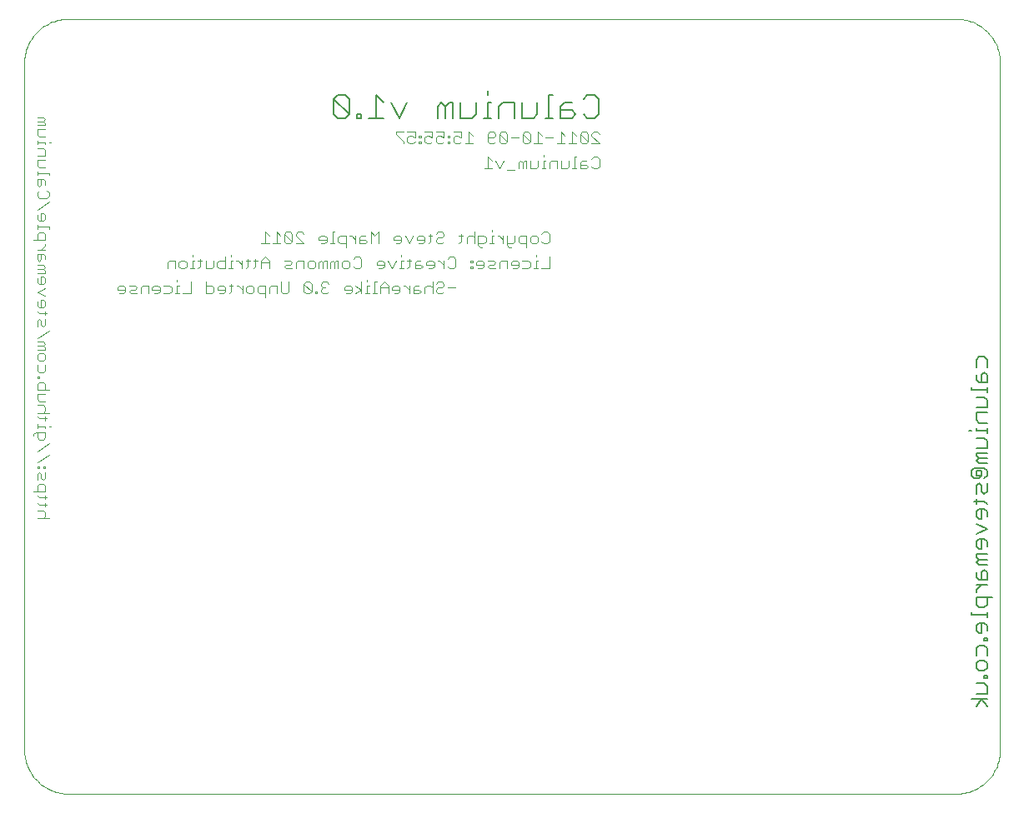
<source format=gbo>
G75*
G70*
%OFA0B0*%
%FSLAX24Y24*%
%IPPOS*%
%LPD*%
%AMOC8*
5,1,8,0,0,1.08239X$1,22.5*
%
%ADD10C,0.0000*%
%ADD11C,0.0040*%
%ADD12C,0.0080*%
%ADD13C,0.0050*%
D10*
X002939Y001824D02*
X038439Y001824D01*
X038522Y001826D01*
X038605Y001832D01*
X038688Y001842D01*
X038770Y001856D01*
X038852Y001873D01*
X038932Y001895D01*
X039011Y001920D01*
X039089Y001949D01*
X039166Y001982D01*
X039241Y002019D01*
X039314Y002058D01*
X039385Y002102D01*
X039454Y002148D01*
X039521Y002198D01*
X039585Y002251D01*
X039647Y002307D01*
X039706Y002366D01*
X039762Y002428D01*
X039815Y002492D01*
X039865Y002559D01*
X039911Y002628D01*
X039955Y002699D01*
X039994Y002772D01*
X040031Y002847D01*
X040064Y002924D01*
X040093Y003002D01*
X040118Y003081D01*
X040140Y003161D01*
X040157Y003243D01*
X040171Y003325D01*
X040181Y003408D01*
X040187Y003491D01*
X040189Y003574D01*
X040189Y031074D01*
X040187Y031157D01*
X040181Y031240D01*
X040171Y031323D01*
X040157Y031405D01*
X040140Y031487D01*
X040118Y031567D01*
X040093Y031646D01*
X040064Y031724D01*
X040031Y031801D01*
X039994Y031876D01*
X039955Y031949D01*
X039911Y032020D01*
X039865Y032089D01*
X039815Y032156D01*
X039762Y032220D01*
X039706Y032282D01*
X039647Y032341D01*
X039585Y032397D01*
X039521Y032450D01*
X039454Y032500D01*
X039385Y032546D01*
X039314Y032590D01*
X039241Y032629D01*
X039166Y032666D01*
X039089Y032699D01*
X039011Y032728D01*
X038932Y032753D01*
X038852Y032775D01*
X038770Y032792D01*
X038688Y032806D01*
X038605Y032816D01*
X038522Y032822D01*
X038439Y032824D01*
X002939Y032824D01*
X002856Y032822D01*
X002773Y032816D01*
X002690Y032806D01*
X002608Y032792D01*
X002526Y032775D01*
X002446Y032753D01*
X002367Y032728D01*
X002289Y032699D01*
X002212Y032666D01*
X002137Y032629D01*
X002064Y032590D01*
X001993Y032546D01*
X001924Y032500D01*
X001857Y032450D01*
X001793Y032397D01*
X001731Y032341D01*
X001672Y032282D01*
X001616Y032220D01*
X001563Y032156D01*
X001513Y032089D01*
X001467Y032020D01*
X001423Y031949D01*
X001384Y031876D01*
X001347Y031801D01*
X001314Y031724D01*
X001285Y031646D01*
X001260Y031567D01*
X001238Y031487D01*
X001221Y031405D01*
X001207Y031323D01*
X001197Y031240D01*
X001191Y031157D01*
X001189Y031074D01*
X001189Y003574D01*
X001191Y003491D01*
X001197Y003408D01*
X001207Y003325D01*
X001221Y003243D01*
X001238Y003161D01*
X001260Y003081D01*
X001285Y003002D01*
X001314Y002924D01*
X001347Y002847D01*
X001384Y002772D01*
X001423Y002699D01*
X001467Y002628D01*
X001513Y002559D01*
X001563Y002492D01*
X001616Y002428D01*
X001672Y002366D01*
X001731Y002307D01*
X001793Y002251D01*
X001857Y002198D01*
X001924Y002148D01*
X001993Y002102D01*
X002064Y002058D01*
X002137Y002019D01*
X002212Y001982D01*
X002289Y001949D01*
X002367Y001920D01*
X002446Y001895D01*
X002526Y001873D01*
X002608Y001856D01*
X002690Y001842D01*
X002773Y001832D01*
X002856Y001826D01*
X002939Y001824D01*
D11*
X002170Y012844D02*
X001709Y012844D01*
X001939Y012844D02*
X002016Y012921D01*
X002016Y013074D01*
X001939Y013151D01*
X001709Y013151D01*
X001786Y013381D02*
X001709Y013458D01*
X001786Y013381D02*
X002093Y013381D01*
X002016Y013305D02*
X002016Y013458D01*
X002016Y013611D02*
X002016Y013765D01*
X002093Y013688D02*
X001786Y013688D01*
X001709Y013765D01*
X001709Y013918D02*
X001709Y014149D01*
X001786Y014225D01*
X001939Y014225D01*
X002016Y014149D01*
X002016Y013918D01*
X001556Y013918D01*
X001709Y014379D02*
X001709Y014609D01*
X001786Y014686D01*
X001863Y014609D01*
X001863Y014455D01*
X001939Y014379D01*
X002016Y014455D01*
X002016Y014686D01*
X002016Y014839D02*
X001939Y014839D01*
X001939Y014916D01*
X002016Y014916D01*
X002016Y014839D01*
X001786Y014839D02*
X001709Y014839D01*
X001709Y014916D01*
X001786Y014916D01*
X001786Y014839D01*
X001709Y015069D02*
X002170Y015376D01*
X002170Y015836D02*
X001709Y015530D01*
X001786Y015990D02*
X001709Y016067D01*
X001709Y016297D01*
X001633Y016297D02*
X002016Y016297D01*
X002016Y016067D01*
X001939Y015990D01*
X001786Y015990D01*
X001556Y016143D02*
X001556Y016220D01*
X001633Y016297D01*
X001709Y016450D02*
X001709Y016604D01*
X001709Y016527D02*
X002016Y016527D01*
X002016Y016450D01*
X002170Y016527D02*
X002246Y016527D01*
X002016Y016757D02*
X002016Y016911D01*
X002093Y016834D02*
X001786Y016834D01*
X001709Y016911D01*
X001709Y017064D02*
X002170Y017064D01*
X002016Y017141D02*
X002016Y017294D01*
X001939Y017371D01*
X001709Y017371D01*
X001786Y017524D02*
X001709Y017601D01*
X001709Y017831D01*
X002016Y017831D01*
X002016Y017985D02*
X002016Y018215D01*
X001939Y018292D01*
X001786Y018292D01*
X001709Y018215D01*
X001709Y017985D01*
X002170Y017985D01*
X002016Y017524D02*
X001786Y017524D01*
X002016Y017141D02*
X001939Y017064D01*
X001786Y018445D02*
X001786Y018522D01*
X001709Y018522D01*
X001709Y018445D01*
X001786Y018445D01*
X001786Y018675D02*
X001709Y018752D01*
X001709Y018982D01*
X001786Y019136D02*
X001709Y019212D01*
X001709Y019366D01*
X001786Y019443D01*
X001939Y019443D01*
X002016Y019366D01*
X002016Y019212D01*
X001939Y019136D01*
X001786Y019136D01*
X002016Y018982D02*
X002016Y018752D01*
X001939Y018675D01*
X001786Y018675D01*
X001709Y019596D02*
X002016Y019596D01*
X002016Y019673D01*
X001939Y019749D01*
X002016Y019826D01*
X001939Y019903D01*
X001709Y019903D01*
X001709Y020056D02*
X002170Y020363D01*
X002016Y020593D02*
X002016Y020824D01*
X002016Y020977D02*
X002016Y021131D01*
X002093Y021054D02*
X001786Y021054D01*
X001709Y021131D01*
X001786Y021284D02*
X001939Y021284D01*
X002016Y021361D01*
X002016Y021514D01*
X001939Y021591D01*
X001863Y021591D01*
X001863Y021284D01*
X001786Y021284D02*
X001709Y021361D01*
X001709Y021514D01*
X002016Y021744D02*
X001709Y021898D01*
X002016Y022051D01*
X001939Y022205D02*
X002016Y022281D01*
X002016Y022435D01*
X001939Y022512D01*
X001863Y022512D01*
X001863Y022205D01*
X001939Y022205D02*
X001786Y022205D01*
X001709Y022281D01*
X001709Y022435D01*
X001709Y022665D02*
X002016Y022665D01*
X002016Y022742D01*
X001939Y022818D01*
X002016Y022895D01*
X001939Y022972D01*
X001709Y022972D01*
X001709Y022818D02*
X001939Y022818D01*
X001786Y023125D02*
X001863Y023202D01*
X001863Y023432D01*
X001939Y023432D02*
X001709Y023432D01*
X001709Y023202D01*
X001786Y023125D01*
X002016Y023202D02*
X002016Y023356D01*
X001939Y023432D01*
X001863Y023586D02*
X002016Y023739D01*
X002016Y023816D01*
X002016Y023969D02*
X002016Y024200D01*
X001939Y024276D01*
X001786Y024276D01*
X001709Y024200D01*
X001709Y023969D01*
X001556Y023969D02*
X002016Y023969D01*
X002016Y023586D02*
X001709Y023586D01*
X001709Y024430D02*
X001709Y024583D01*
X001709Y024506D02*
X002170Y024506D01*
X002170Y024430D01*
X001939Y024737D02*
X002016Y024813D01*
X002016Y024967D01*
X001939Y025044D01*
X001863Y025044D01*
X001863Y024737D01*
X001939Y024737D02*
X001786Y024737D01*
X001709Y024813D01*
X001709Y024967D01*
X001709Y025197D02*
X002170Y025504D01*
X002093Y025657D02*
X001786Y025657D01*
X001709Y025734D01*
X001709Y025887D01*
X001786Y025964D01*
X001786Y026118D02*
X001863Y026194D01*
X001863Y026425D01*
X001939Y026425D02*
X001709Y026425D01*
X001709Y026194D01*
X001786Y026118D01*
X002016Y026194D02*
X002016Y026348D01*
X001939Y026425D01*
X001709Y026578D02*
X001709Y026731D01*
X001709Y026655D02*
X002170Y026655D01*
X002170Y026578D01*
X002016Y026885D02*
X001786Y026885D01*
X001709Y026962D01*
X001709Y027192D01*
X002016Y027192D01*
X002016Y027345D02*
X002016Y027575D01*
X001939Y027652D01*
X001709Y027652D01*
X001709Y027806D02*
X001709Y027959D01*
X001709Y027882D02*
X002016Y027882D01*
X002016Y027806D01*
X002170Y027882D02*
X002246Y027882D01*
X002016Y028113D02*
X001786Y028113D01*
X001709Y028189D01*
X001709Y028419D01*
X002016Y028419D01*
X002016Y028573D02*
X002016Y028650D01*
X001939Y028726D01*
X002016Y028803D01*
X001939Y028880D01*
X001709Y028880D01*
X001709Y028726D02*
X001939Y028726D01*
X002016Y028573D02*
X001709Y028573D01*
X001709Y027345D02*
X002016Y027345D01*
X002093Y025964D02*
X002170Y025887D01*
X002170Y025734D01*
X002093Y025657D01*
X004992Y022151D02*
X004916Y022074D01*
X004916Y021998D01*
X005223Y021998D01*
X005223Y022074D02*
X005146Y022151D01*
X004992Y022151D01*
X005223Y022074D02*
X005223Y021921D01*
X005146Y021844D01*
X004992Y021844D01*
X005376Y021921D02*
X005453Y021998D01*
X005606Y021998D01*
X005683Y022074D01*
X005606Y022151D01*
X005376Y022151D01*
X005376Y021921D02*
X005453Y021844D01*
X005683Y021844D01*
X005836Y021844D02*
X005836Y022074D01*
X005913Y022151D01*
X006143Y022151D01*
X006143Y021844D01*
X006297Y021998D02*
X006604Y021998D01*
X006604Y022074D02*
X006527Y022151D01*
X006373Y022151D01*
X006297Y022074D01*
X006297Y021998D01*
X006373Y021844D02*
X006527Y021844D01*
X006604Y021921D01*
X006604Y022074D01*
X006757Y022151D02*
X006987Y022151D01*
X007064Y022074D01*
X007064Y021921D01*
X006987Y021844D01*
X006757Y021844D01*
X007217Y021844D02*
X007371Y021844D01*
X007294Y021844D02*
X007294Y022151D01*
X007371Y022151D01*
X007294Y022305D02*
X007294Y022381D01*
X007831Y022305D02*
X007831Y021844D01*
X007524Y021844D01*
X008445Y021844D02*
X008675Y021844D01*
X008752Y021921D01*
X008752Y022074D01*
X008675Y022151D01*
X008445Y022151D01*
X008445Y022305D02*
X008445Y021844D01*
X008905Y021998D02*
X009212Y021998D01*
X009212Y022074D02*
X009136Y022151D01*
X008982Y022151D01*
X008905Y022074D01*
X008905Y021998D01*
X008982Y021844D02*
X009136Y021844D01*
X009212Y021921D01*
X009212Y022074D01*
X009366Y022151D02*
X009519Y022151D01*
X009442Y022228D02*
X009442Y021921D01*
X009366Y021844D01*
X009673Y022151D02*
X009749Y022151D01*
X009903Y021998D01*
X009903Y022151D02*
X009903Y021844D01*
X010056Y021921D02*
X010056Y022074D01*
X010133Y022151D01*
X010286Y022151D01*
X010363Y022074D01*
X010363Y021921D01*
X010286Y021844D01*
X010133Y021844D01*
X010056Y021921D01*
X010517Y021921D02*
X010593Y021844D01*
X010824Y021844D01*
X010977Y021844D02*
X010977Y022074D01*
X011054Y022151D01*
X011284Y022151D01*
X011284Y021844D01*
X011437Y021921D02*
X011437Y022305D01*
X011744Y022305D02*
X011744Y021921D01*
X011668Y021844D01*
X011514Y021844D01*
X011437Y021921D01*
X010824Y021691D02*
X010824Y022151D01*
X010593Y022151D01*
X010517Y022074D01*
X010517Y021921D01*
X010661Y022844D02*
X010661Y023151D01*
X010814Y023305D01*
X010967Y023151D01*
X010967Y022844D01*
X010967Y023074D02*
X010661Y023074D01*
X010507Y023151D02*
X010354Y023151D01*
X010430Y023228D02*
X010430Y022921D01*
X010354Y022844D01*
X010123Y022921D02*
X010123Y023228D01*
X010200Y023151D02*
X010047Y023151D01*
X009893Y023151D02*
X009893Y022844D01*
X009893Y022998D02*
X009740Y023151D01*
X009663Y023151D01*
X009510Y023151D02*
X009433Y023151D01*
X009433Y022844D01*
X009510Y022844D02*
X009356Y022844D01*
X009203Y022844D02*
X008973Y022844D01*
X008896Y022921D01*
X008896Y023074D01*
X008973Y023151D01*
X009203Y023151D01*
X009203Y023305D02*
X009203Y022844D01*
X008742Y022921D02*
X008742Y023151D01*
X008742Y022921D02*
X008666Y022844D01*
X008436Y022844D01*
X008436Y023151D01*
X008282Y023151D02*
X008129Y023151D01*
X008205Y023228D02*
X008205Y022921D01*
X008129Y022844D01*
X007975Y022844D02*
X007822Y022844D01*
X007898Y022844D02*
X007898Y023151D01*
X007975Y023151D01*
X007898Y023305D02*
X007898Y023381D01*
X007592Y023151D02*
X007668Y023074D01*
X007668Y022921D01*
X007592Y022844D01*
X007438Y022844D01*
X007361Y022921D01*
X007361Y023074D01*
X007438Y023151D01*
X007592Y023151D01*
X007208Y023151D02*
X007208Y022844D01*
X006901Y022844D02*
X006901Y023074D01*
X006978Y023151D01*
X007208Y023151D01*
X009433Y023305D02*
X009433Y023381D01*
X010047Y022844D02*
X010123Y022921D01*
X010661Y023844D02*
X010967Y023844D01*
X010814Y023844D02*
X010814Y024305D01*
X010967Y024151D01*
X011121Y023844D02*
X011428Y023844D01*
X011274Y023844D02*
X011274Y024305D01*
X011428Y024151D01*
X011581Y024228D02*
X011888Y023921D01*
X011811Y023844D01*
X011658Y023844D01*
X011581Y023921D01*
X011581Y024228D01*
X011658Y024305D01*
X011811Y024305D01*
X011888Y024228D01*
X011888Y023921D01*
X012042Y023844D02*
X012348Y023844D01*
X012042Y024151D01*
X012042Y024228D01*
X012118Y024305D01*
X012272Y024305D01*
X012348Y024228D01*
X012962Y024074D02*
X012962Y023998D01*
X013269Y023998D01*
X013269Y024074D02*
X013192Y024151D01*
X013039Y024151D01*
X012962Y024074D01*
X013039Y023844D02*
X013192Y023844D01*
X013269Y023921D01*
X013269Y024074D01*
X013423Y023844D02*
X013576Y023844D01*
X013499Y023844D02*
X013499Y024305D01*
X013576Y024305D01*
X013806Y024151D02*
X013730Y024074D01*
X013730Y023921D01*
X013806Y023844D01*
X014036Y023844D01*
X014036Y023691D02*
X014036Y024151D01*
X013806Y024151D01*
X014190Y024151D02*
X014267Y024151D01*
X014420Y023998D01*
X014420Y024151D02*
X014420Y023844D01*
X014574Y023844D02*
X014804Y023844D01*
X014880Y023921D01*
X014804Y023998D01*
X014574Y023998D01*
X014574Y024074D02*
X014574Y023844D01*
X014574Y024074D02*
X014650Y024151D01*
X014804Y024151D01*
X015034Y024305D02*
X015034Y023844D01*
X015341Y023844D02*
X015341Y024305D01*
X015187Y024151D01*
X015034Y024305D01*
X015955Y024074D02*
X015955Y023998D01*
X016261Y023998D01*
X016261Y024074D02*
X016185Y024151D01*
X016031Y024151D01*
X015955Y024074D01*
X016031Y023844D02*
X016185Y023844D01*
X016261Y023921D01*
X016261Y024074D01*
X016415Y024151D02*
X016568Y023844D01*
X016722Y024151D01*
X016875Y024074D02*
X016952Y024151D01*
X017105Y024151D01*
X017182Y024074D01*
X017182Y023921D01*
X017105Y023844D01*
X016952Y023844D01*
X016875Y023998D02*
X017182Y023998D01*
X017336Y024151D02*
X017489Y024151D01*
X017412Y024228D02*
X017412Y023921D01*
X017336Y023844D01*
X017643Y023921D02*
X017719Y023844D01*
X017873Y023844D01*
X017949Y023921D01*
X017873Y024074D02*
X017719Y024074D01*
X017643Y023998D01*
X017643Y023921D01*
X017873Y024074D02*
X017949Y024151D01*
X017949Y024228D01*
X017873Y024305D01*
X017719Y024305D01*
X017643Y024228D01*
X016875Y024074D02*
X016875Y023998D01*
X016568Y023228D02*
X016568Y022921D01*
X016492Y022844D01*
X016338Y022844D02*
X016185Y022844D01*
X016261Y022844D02*
X016261Y023151D01*
X016338Y023151D01*
X016492Y023151D02*
X016645Y023151D01*
X016799Y023074D02*
X016875Y023151D01*
X017029Y023151D01*
X017029Y022998D02*
X016799Y022998D01*
X016799Y023074D02*
X016799Y022844D01*
X017029Y022844D01*
X017105Y022921D01*
X017029Y022998D01*
X017259Y022998D02*
X017566Y022998D01*
X017566Y023074D02*
X017489Y023151D01*
X017336Y023151D01*
X017259Y023074D01*
X017259Y022998D01*
X017336Y022844D02*
X017489Y022844D01*
X017566Y022921D01*
X017566Y023074D01*
X017719Y023151D02*
X017796Y023151D01*
X017949Y022998D01*
X017949Y023151D02*
X017949Y022844D01*
X018103Y022921D02*
X018180Y022844D01*
X018333Y022844D01*
X018410Y022921D01*
X018410Y023228D01*
X018333Y023305D01*
X018180Y023305D01*
X018103Y023228D01*
X018563Y023844D02*
X018640Y023921D01*
X018640Y024228D01*
X018717Y024151D02*
X018563Y024151D01*
X018870Y024074D02*
X018870Y023844D01*
X018870Y024074D02*
X018947Y024151D01*
X019100Y024151D01*
X019177Y024074D01*
X019330Y024151D02*
X019330Y023768D01*
X019407Y023691D01*
X019484Y023691D01*
X019561Y023844D02*
X019330Y023844D01*
X019177Y023844D02*
X019177Y024305D01*
X019330Y024151D02*
X019561Y024151D01*
X019637Y024074D01*
X019637Y023921D01*
X019561Y023844D01*
X019791Y023844D02*
X019944Y023844D01*
X019868Y023844D02*
X019868Y024151D01*
X019944Y024151D01*
X020098Y024151D02*
X020174Y024151D01*
X020328Y023998D01*
X020328Y024151D02*
X020328Y023844D01*
X020481Y023844D02*
X020712Y023844D01*
X020788Y023921D01*
X020788Y024151D01*
X020942Y024074D02*
X021018Y024151D01*
X021249Y024151D01*
X021249Y023691D01*
X021249Y023844D02*
X021018Y023844D01*
X020942Y023921D01*
X020942Y024074D01*
X021402Y024074D02*
X021479Y024151D01*
X021632Y024151D01*
X021709Y024074D01*
X021709Y023921D01*
X021632Y023844D01*
X021479Y023844D01*
X021402Y023921D01*
X021402Y024074D01*
X021862Y023921D02*
X021939Y023844D01*
X022093Y023844D01*
X022169Y023921D01*
X022169Y024228D01*
X022093Y024305D01*
X021939Y024305D01*
X021862Y024228D01*
X021632Y023381D02*
X021632Y023305D01*
X021632Y023151D02*
X021632Y022844D01*
X021556Y022844D02*
X021709Y022844D01*
X021862Y022844D02*
X022169Y022844D01*
X022169Y023305D01*
X021709Y023151D02*
X021632Y023151D01*
X021402Y023074D02*
X021402Y022921D01*
X021325Y022844D01*
X021095Y022844D01*
X020942Y022921D02*
X020942Y023074D01*
X020865Y023151D01*
X020712Y023151D01*
X020635Y023074D01*
X020635Y022998D01*
X020942Y022998D01*
X020942Y022921D02*
X020865Y022844D01*
X020712Y022844D01*
X020481Y022844D02*
X020481Y023151D01*
X020251Y023151D01*
X020174Y023074D01*
X020174Y022844D01*
X020021Y022844D02*
X019791Y022844D01*
X019714Y022921D01*
X019791Y022998D01*
X019944Y022998D01*
X020021Y023074D01*
X019944Y023151D01*
X019714Y023151D01*
X019561Y023074D02*
X019484Y023151D01*
X019330Y023151D01*
X019254Y023074D01*
X019254Y022998D01*
X019561Y022998D01*
X019561Y023074D02*
X019561Y022921D01*
X019484Y022844D01*
X019330Y022844D01*
X019100Y022844D02*
X019100Y022921D01*
X019024Y022921D01*
X019024Y022844D01*
X019100Y022844D01*
X019100Y023074D02*
X019100Y023151D01*
X019024Y023151D01*
X019024Y023074D01*
X019100Y023074D01*
X018419Y022074D02*
X018112Y022074D01*
X017959Y022151D02*
X017882Y022074D01*
X017729Y022074D01*
X017652Y021998D01*
X017652Y021921D01*
X017729Y021844D01*
X017882Y021844D01*
X017959Y021921D01*
X017959Y022151D02*
X017959Y022228D01*
X017882Y022305D01*
X017729Y022305D01*
X017652Y022228D01*
X017499Y022305D02*
X017499Y021844D01*
X017499Y022074D02*
X017422Y022151D01*
X017268Y022151D01*
X017192Y022074D01*
X017192Y021844D01*
X017038Y021921D02*
X016962Y021998D01*
X016731Y021998D01*
X016731Y022074D02*
X016731Y021844D01*
X016962Y021844D01*
X017038Y021921D01*
X016962Y022151D02*
X016808Y022151D01*
X016731Y022074D01*
X016578Y021998D02*
X016424Y022151D01*
X016348Y022151D01*
X016194Y022074D02*
X016118Y022151D01*
X015964Y022151D01*
X015887Y022074D01*
X015887Y021998D01*
X016194Y021998D01*
X016194Y022074D02*
X016194Y021921D01*
X016118Y021844D01*
X015964Y021844D01*
X015734Y021844D02*
X015734Y022151D01*
X015580Y022305D01*
X015427Y022151D01*
X015427Y021844D01*
X015274Y021844D02*
X015120Y021844D01*
X015197Y021844D02*
X015197Y022305D01*
X015274Y022305D01*
X015427Y022074D02*
X015734Y022074D01*
X014967Y022151D02*
X014890Y022151D01*
X014890Y021844D01*
X014967Y021844D02*
X014813Y021844D01*
X014660Y021844D02*
X014660Y022305D01*
X014890Y022305D02*
X014890Y022381D01*
X014660Y021998D02*
X014430Y021844D01*
X014276Y021921D02*
X014276Y022074D01*
X014199Y022151D01*
X014046Y022151D01*
X013969Y022074D01*
X013969Y021998D01*
X014276Y021998D01*
X014276Y021921D02*
X014199Y021844D01*
X014046Y021844D01*
X014430Y022151D02*
X014660Y021998D01*
X014574Y022844D02*
X014420Y022844D01*
X014343Y022921D01*
X014190Y022921D02*
X014113Y022844D01*
X013960Y022844D01*
X013883Y022921D01*
X013883Y023074D01*
X013960Y023151D01*
X014113Y023151D01*
X014190Y023074D01*
X014190Y022921D01*
X014343Y023228D02*
X014420Y023305D01*
X014574Y023305D01*
X014650Y023228D01*
X014650Y022921D01*
X014574Y022844D01*
X015264Y022998D02*
X015571Y022998D01*
X015571Y023074D02*
X015494Y023151D01*
X015341Y023151D01*
X015264Y023074D01*
X015264Y022998D01*
X015341Y022844D02*
X015494Y022844D01*
X015571Y022921D01*
X015571Y023074D01*
X015724Y023151D02*
X015878Y022844D01*
X016031Y023151D01*
X016261Y023305D02*
X016261Y023381D01*
X016578Y022151D02*
X016578Y021844D01*
X013730Y022844D02*
X013730Y023151D01*
X013653Y023151D01*
X013576Y023074D01*
X013499Y023151D01*
X013423Y023074D01*
X013423Y022844D01*
X013576Y022844D02*
X013576Y023074D01*
X013269Y023151D02*
X013269Y022844D01*
X013116Y022844D02*
X013116Y023074D01*
X013039Y023151D01*
X012962Y023074D01*
X012962Y022844D01*
X012809Y022921D02*
X012732Y022844D01*
X012579Y022844D01*
X012502Y022921D01*
X012502Y023074D01*
X012579Y023151D01*
X012732Y023151D01*
X012809Y023074D01*
X012809Y022921D01*
X013116Y023074D02*
X013192Y023151D01*
X013269Y023151D01*
X013279Y022305D02*
X013125Y022305D01*
X013049Y022228D01*
X013049Y022151D01*
X013125Y022074D01*
X013049Y021998D01*
X013049Y021921D01*
X013125Y021844D01*
X013279Y021844D01*
X013355Y021921D01*
X013202Y022074D02*
X013125Y022074D01*
X012895Y021921D02*
X012818Y021921D01*
X012818Y021844D01*
X012895Y021844D01*
X012895Y021921D01*
X012665Y021921D02*
X012665Y022228D01*
X012588Y022305D01*
X012435Y022305D01*
X012358Y022228D01*
X012665Y021921D01*
X012588Y021844D01*
X012435Y021844D01*
X012358Y021921D01*
X012358Y022228D01*
X012348Y022844D02*
X012348Y023151D01*
X012118Y023151D01*
X012042Y023074D01*
X012042Y022844D01*
X011888Y022844D02*
X011658Y022844D01*
X011581Y022921D01*
X011658Y022998D01*
X011811Y022998D01*
X011888Y023074D01*
X011811Y023151D01*
X011581Y023151D01*
X013279Y022305D02*
X013355Y022228D01*
X019566Y026844D02*
X019873Y026844D01*
X019719Y026844D02*
X019719Y027305D01*
X019873Y027151D01*
X020026Y027151D02*
X020180Y026844D01*
X020333Y027151D01*
X020486Y026768D02*
X020793Y026768D01*
X020947Y026844D02*
X020947Y027074D01*
X021024Y027151D01*
X021100Y027074D01*
X021100Y026844D01*
X021254Y026844D02*
X021254Y027151D01*
X021177Y027151D01*
X021100Y027074D01*
X021407Y027151D02*
X021407Y026844D01*
X021637Y026844D01*
X021714Y026921D01*
X021714Y027151D01*
X021944Y027151D02*
X021944Y026844D01*
X021868Y026844D02*
X022021Y026844D01*
X022174Y026844D02*
X022174Y027074D01*
X022251Y027151D01*
X022481Y027151D01*
X022481Y026844D01*
X022635Y026844D02*
X022635Y027151D01*
X022942Y027151D02*
X022942Y026921D01*
X022865Y026844D01*
X022635Y026844D01*
X023095Y026844D02*
X023249Y026844D01*
X023172Y026844D02*
X023172Y027305D01*
X023249Y027305D01*
X023479Y027151D02*
X023402Y027074D01*
X023402Y026844D01*
X023632Y026844D01*
X023709Y026921D01*
X023632Y026998D01*
X023402Y026998D01*
X023479Y027151D02*
X023632Y027151D01*
X023862Y027228D02*
X023939Y027305D01*
X024093Y027305D01*
X024169Y027228D01*
X024169Y026921D01*
X024093Y026844D01*
X023939Y026844D01*
X023862Y026921D01*
X023862Y027844D02*
X024169Y027844D01*
X023862Y028151D01*
X023862Y028228D01*
X023939Y028305D01*
X024093Y028305D01*
X024169Y028228D01*
X023709Y028228D02*
X023709Y027921D01*
X023402Y028228D01*
X023402Y027921D01*
X023479Y027844D01*
X023632Y027844D01*
X023709Y027921D01*
X023709Y028228D02*
X023632Y028305D01*
X023479Y028305D01*
X023402Y028228D01*
X023249Y028151D02*
X023095Y028305D01*
X023095Y027844D01*
X022942Y027844D02*
X023249Y027844D01*
X022788Y027844D02*
X022481Y027844D01*
X022635Y027844D02*
X022635Y028305D01*
X022788Y028151D01*
X022328Y028074D02*
X022021Y028074D01*
X021868Y028151D02*
X021714Y028305D01*
X021714Y027844D01*
X021561Y027844D02*
X021868Y027844D01*
X021407Y027921D02*
X021100Y028228D01*
X021100Y027921D01*
X021177Y027844D01*
X021330Y027844D01*
X021407Y027921D01*
X021407Y028228D01*
X021330Y028305D01*
X021177Y028305D01*
X021100Y028228D01*
X020947Y028074D02*
X020640Y028074D01*
X020486Y027921D02*
X020180Y028228D01*
X020180Y027921D01*
X020256Y027844D01*
X020410Y027844D01*
X020486Y027921D01*
X020486Y028228D01*
X020410Y028305D01*
X020256Y028305D01*
X020180Y028228D01*
X020026Y028228D02*
X020026Y028151D01*
X019949Y028074D01*
X019719Y028074D01*
X019719Y027921D02*
X019719Y028228D01*
X019796Y028305D01*
X019949Y028305D01*
X020026Y028228D01*
X020026Y027921D02*
X019949Y027844D01*
X019796Y027844D01*
X019719Y027921D01*
X019105Y027844D02*
X018799Y027844D01*
X018952Y027844D02*
X018952Y028305D01*
X019105Y028151D01*
X018645Y028074D02*
X018645Y028305D01*
X018338Y028305D01*
X018415Y028151D02*
X018338Y028074D01*
X018338Y027921D01*
X018415Y027844D01*
X018568Y027844D01*
X018645Y027921D01*
X018645Y028074D02*
X018492Y028151D01*
X018415Y028151D01*
X018185Y028151D02*
X018185Y028074D01*
X018108Y028074D01*
X018108Y028151D01*
X018185Y028151D01*
X018185Y027921D02*
X018185Y027844D01*
X018108Y027844D01*
X018108Y027921D01*
X018185Y027921D01*
X017955Y027921D02*
X017878Y027844D01*
X017724Y027844D01*
X017648Y027921D01*
X017648Y028074D01*
X017724Y028151D01*
X017801Y028151D01*
X017955Y028074D01*
X017955Y028305D01*
X017648Y028305D01*
X017494Y028305D02*
X017494Y028074D01*
X017341Y028151D01*
X017264Y028151D01*
X017187Y028074D01*
X017187Y027921D01*
X017264Y027844D01*
X017417Y027844D01*
X017494Y027921D01*
X017494Y028305D02*
X017187Y028305D01*
X017034Y028151D02*
X016957Y028151D01*
X016957Y028074D01*
X017034Y028074D01*
X017034Y028151D01*
X017034Y027921D02*
X017034Y027844D01*
X016957Y027844D01*
X016957Y027921D01*
X017034Y027921D01*
X016804Y027921D02*
X016727Y027844D01*
X016574Y027844D01*
X016497Y027921D01*
X016497Y028074D01*
X016574Y028151D01*
X016650Y028151D01*
X016804Y028074D01*
X016804Y028305D01*
X016497Y028305D01*
X016343Y028305D02*
X016036Y028305D01*
X016036Y028228D01*
X016343Y027921D01*
X016343Y027844D01*
X019868Y024381D02*
X019868Y024305D01*
X020481Y024151D02*
X020481Y023768D01*
X020558Y023691D01*
X020635Y023691D01*
X021095Y023151D02*
X021325Y023151D01*
X021402Y023074D01*
X021944Y027151D02*
X022021Y027151D01*
X021944Y027305D02*
X021944Y027381D01*
X002016Y020593D02*
X001939Y020517D01*
X001863Y020593D01*
X001863Y020747D01*
X001786Y020824D01*
X001709Y020747D01*
X001709Y020517D01*
X001709Y019749D02*
X001939Y019749D01*
D12*
X013561Y029018D02*
X013714Y028864D01*
X014021Y028864D01*
X014175Y029018D01*
X013561Y029632D01*
X013561Y029018D01*
X013561Y029632D02*
X013714Y029785D01*
X014021Y029785D01*
X014175Y029632D01*
X014175Y029018D01*
X014481Y029018D02*
X014481Y028864D01*
X014635Y028864D01*
X014635Y029018D01*
X014481Y029018D01*
X014942Y028864D02*
X015556Y028864D01*
X015249Y028864D02*
X015249Y029785D01*
X015556Y029478D01*
X015863Y029478D02*
X016170Y028864D01*
X016476Y029478D01*
X017704Y029325D02*
X017704Y028864D01*
X018011Y028864D02*
X018011Y029325D01*
X017858Y029478D01*
X017704Y029325D01*
X018011Y029325D02*
X018164Y029478D01*
X018318Y029478D01*
X018318Y028864D01*
X018625Y028864D02*
X018625Y029478D01*
X019239Y029478D02*
X019239Y029018D01*
X019085Y028864D01*
X018625Y028864D01*
X019546Y028864D02*
X019852Y028864D01*
X019699Y028864D02*
X019699Y029478D01*
X019852Y029478D01*
X019699Y029785D02*
X019699Y029938D01*
X020159Y029325D02*
X020159Y028864D01*
X020159Y029325D02*
X020313Y029478D01*
X020773Y029478D01*
X020773Y028864D01*
X021080Y028864D02*
X021080Y029478D01*
X021080Y028864D02*
X021541Y028864D01*
X021694Y029018D01*
X021694Y029478D01*
X022154Y029785D02*
X022154Y028864D01*
X022001Y028864D02*
X022308Y028864D01*
X022615Y028864D02*
X023075Y028864D01*
X023229Y029018D01*
X023075Y029171D01*
X022615Y029171D01*
X022615Y029325D02*
X022615Y028864D01*
X022615Y029325D02*
X022768Y029478D01*
X023075Y029478D01*
X023535Y029632D02*
X023689Y029785D01*
X023996Y029785D01*
X024149Y029632D01*
X024149Y029018D01*
X023996Y028864D01*
X023689Y028864D01*
X023535Y029018D01*
X022308Y029785D02*
X022154Y029785D01*
D13*
X039257Y019198D02*
X039257Y018892D01*
X039257Y018590D02*
X039257Y018386D01*
X039359Y018285D01*
X039664Y018285D01*
X039664Y018590D01*
X039563Y018692D01*
X039461Y018590D01*
X039461Y018285D01*
X039664Y018084D02*
X039664Y017880D01*
X039664Y017982D02*
X039054Y017982D01*
X039054Y018084D01*
X039257Y017679D02*
X039563Y017679D01*
X039664Y017577D01*
X039664Y017272D01*
X039257Y017272D01*
X039257Y017071D02*
X039257Y016766D01*
X039359Y016664D01*
X039664Y016664D01*
X039664Y016463D02*
X039664Y016260D01*
X039664Y016362D02*
X039257Y016362D01*
X039257Y016463D01*
X039054Y016362D02*
X038952Y016362D01*
X039257Y016058D02*
X039563Y016058D01*
X039664Y015956D01*
X039664Y015651D01*
X039257Y015651D01*
X039257Y015450D02*
X039257Y015349D01*
X039359Y015247D01*
X039257Y015145D01*
X039359Y015043D01*
X039664Y015043D01*
X039664Y015247D02*
X039359Y015247D01*
X039257Y015450D02*
X039664Y015450D01*
X039563Y014843D02*
X039156Y014843D01*
X039054Y014741D01*
X039054Y014537D01*
X039156Y014436D01*
X039359Y014436D01*
X039461Y014537D01*
X039257Y014537D01*
X039257Y014741D01*
X039461Y014741D01*
X039461Y014537D01*
X039563Y014436D02*
X039664Y014537D01*
X039664Y014741D01*
X039563Y014843D01*
X039664Y014235D02*
X039664Y013930D01*
X039563Y013828D01*
X039461Y013930D01*
X039461Y014133D01*
X039359Y014235D01*
X039257Y014133D01*
X039257Y013828D01*
X039257Y013627D02*
X039257Y013424D01*
X039156Y013526D02*
X039563Y013526D01*
X039664Y013424D01*
X039563Y013222D02*
X039359Y013222D01*
X039257Y013120D01*
X039257Y012917D01*
X039359Y012815D01*
X039461Y012815D01*
X039461Y013222D01*
X039563Y013222D02*
X039664Y013120D01*
X039664Y012917D01*
X039664Y012411D02*
X039257Y012207D01*
X039359Y012007D02*
X039257Y011905D01*
X039257Y011701D01*
X039359Y011600D01*
X039461Y011600D01*
X039461Y012007D01*
X039563Y012007D02*
X039359Y012007D01*
X039563Y012007D02*
X039664Y011905D01*
X039664Y011701D01*
X039664Y011399D02*
X039257Y011399D01*
X039257Y011297D01*
X039359Y011196D01*
X039257Y011094D01*
X039359Y010992D01*
X039664Y010992D01*
X039664Y011196D02*
X039359Y011196D01*
X039563Y010791D02*
X039461Y010690D01*
X039461Y010384D01*
X039359Y010384D02*
X039664Y010384D01*
X039664Y010690D01*
X039563Y010791D01*
X039257Y010690D02*
X039257Y010486D01*
X039359Y010384D01*
X039461Y010184D02*
X039257Y009980D01*
X039257Y009878D01*
X039257Y009677D02*
X039257Y009372D01*
X039359Y009270D01*
X039563Y009270D01*
X039664Y009372D01*
X039664Y009677D01*
X039868Y009677D02*
X039257Y009677D01*
X039257Y010184D02*
X039664Y010184D01*
X039664Y009069D02*
X039664Y008866D01*
X039664Y008968D02*
X039054Y008968D01*
X039054Y009069D01*
X039359Y008664D02*
X039257Y008563D01*
X039257Y008359D01*
X039359Y008257D01*
X039461Y008257D01*
X039461Y008664D01*
X039563Y008664D02*
X039359Y008664D01*
X039563Y008664D02*
X039664Y008563D01*
X039664Y008359D01*
X039664Y008057D02*
X039664Y007955D01*
X039563Y007955D01*
X039563Y008057D01*
X039664Y008057D01*
X039563Y007753D02*
X039664Y007651D01*
X039664Y007346D01*
X039563Y007145D02*
X039664Y007043D01*
X039664Y006840D01*
X039563Y006738D01*
X039359Y006738D01*
X039257Y006840D01*
X039257Y007043D01*
X039359Y007145D01*
X039563Y007145D01*
X039257Y007346D02*
X039257Y007651D01*
X039359Y007753D01*
X039563Y007753D01*
X039563Y006537D02*
X039563Y006436D01*
X039664Y006436D01*
X039664Y006537D01*
X039563Y006537D01*
X039563Y006233D02*
X039257Y006233D01*
X039563Y006233D02*
X039664Y006132D01*
X039664Y005826D01*
X039257Y005826D01*
X039054Y005626D02*
X039664Y005626D01*
X039461Y005626D02*
X039257Y005321D01*
X039461Y005626D02*
X039664Y005321D01*
X039664Y012411D02*
X039257Y012614D01*
X039257Y017071D02*
X039664Y017071D01*
X039664Y018892D02*
X039664Y019198D01*
X039563Y019299D01*
X039359Y019299D01*
X039257Y019198D01*
M02*

</source>
